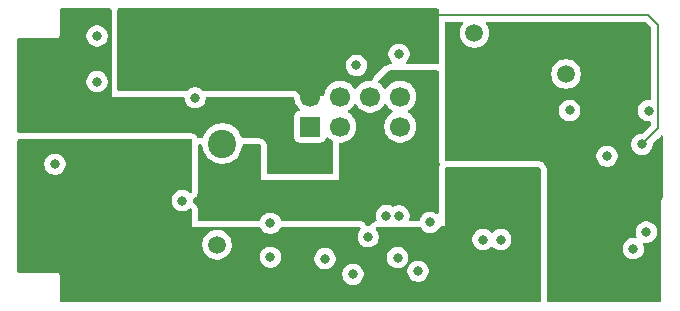
<source format=gbr>
%TF.GenerationSoftware,KiCad,Pcbnew,9.0.5*%
%TF.CreationDate,2025-10-19T11:10:53+01:00*%
%TF.ProjectId,loco-decoder-v1a,6c6f636f-2d64-4656-936f-6465722d7631,rev?*%
%TF.SameCoordinates,Original*%
%TF.FileFunction,Copper,L3,Inr*%
%TF.FilePolarity,Positive*%
%FSLAX46Y46*%
G04 Gerber Fmt 4.6, Leading zero omitted, Abs format (unit mm)*
G04 Created by KiCad (PCBNEW 9.0.5) date 2025-10-19 11:10:53*
%MOMM*%
%LPD*%
G01*
G04 APERTURE LIST*
%TA.AperFunction,ComponentPad*%
%ADD10C,1.500000*%
%TD*%
%TA.AperFunction,HeatsinkPad*%
%ADD11C,2.400000*%
%TD*%
%TA.AperFunction,ComponentPad*%
%ADD12R,1.700000X1.700000*%
%TD*%
%TA.AperFunction,ComponentPad*%
%ADD13C,1.700000*%
%TD*%
%TA.AperFunction,ViaPad*%
%ADD14C,0.800000*%
%TD*%
%TA.AperFunction,ViaPad*%
%ADD15C,2.400000*%
%TD*%
%TA.AperFunction,Conductor*%
%ADD16C,0.200000*%
%TD*%
G04 APERTURE END LIST*
D10*
%TO.N,unconnected-(U1-GPIO23{slash}SCL-Pad6)*%
%TO.C,FD2*%
X86983300Y-78820000D03*
%TD*%
D11*
%TO.N,GND*%
%TO.C,U2*%
X120630000Y-64580000D03*
%TD*%
D10*
%TO.N,/v boost/+VM*%
%TO.C,TP2*%
X108775000Y-60890000D03*
%TD*%
D12*
%TO.N,GND*%
%TO.C,J4*%
X94865000Y-68815000D03*
D13*
%TO.N,3V3*%
X94865000Y-66275000D03*
%TO.N,/GPIO*%
X97405000Y-68815000D03*
%TO.N,/LED_Y*%
X97405000Y-66275000D03*
%TO.N,VBAT*%
X99945000Y-68815000D03*
%TO.N,/LED_R*%
X99945000Y-66275000D03*
%TO.N,/MOTOR_M*%
X102485000Y-68815000D03*
%TO.N,/MOTOR_P*%
X102485000Y-66275000D03*
%TD*%
D10*
%TO.N,VBUS*%
%TO.C,FD1*%
X74283300Y-63570000D03*
%TD*%
%TO.N,/motor driver/+12V0*%
%TO.C,TP1*%
X116525000Y-64360000D03*
%TD*%
D14*
%TO.N,/motor driver/+12V0*%
X116825000Y-67450000D03*
%TO.N,/PWR_IN-*%
X91500000Y-79875000D03*
%TO.N,/BAT+*%
X109375000Y-74000000D03*
X81500000Y-71125000D03*
X111250000Y-74000000D03*
X80000000Y-71125000D03*
%TO.N,/PWR_IN+*%
X91500000Y-77000000D03*
%TO.N,VBAT*%
X104284890Y-64937039D03*
D15*
X87435000Y-73250000D03*
D14*
%TO.N,GND*%
X73250000Y-72000000D03*
X109500000Y-78375000D03*
X116705000Y-76560000D03*
X107287500Y-66631450D03*
X114580000Y-66615000D03*
X76823300Y-65010000D03*
X103995000Y-81060000D03*
X111125000Y-69050000D03*
X111000000Y-78375000D03*
X102272500Y-79900000D03*
X96125000Y-80000000D03*
X98785000Y-63630000D03*
X102385000Y-62680000D03*
X84050000Y-75075000D03*
D15*
X87435000Y-70250000D03*
D14*
X76823300Y-61140000D03*
X113825000Y-61350000D03*
X99772500Y-78140000D03*
X113830000Y-62695000D03*
%TO.N,3V3*%
X102955000Y-60670000D03*
X122950000Y-70325000D03*
X80515000Y-60110000D03*
%TO.N,Net-(U1-GPIO0{slash}A0)*%
X85125000Y-66375000D03*
%TO.N,Net-(D1-+)*%
X105025000Y-76930000D03*
%TO.N,Net-(U1-GPIO1{slash}A1)*%
X98481250Y-81325000D03*
%TO.N,Net-(U4-BOOT)*%
X101325000Y-76350000D03*
%TO.N,Net-(U4-SW)*%
X102375000Y-76370000D03*
%TO.N,VBUS*%
X95000000Y-71750000D03*
X94125000Y-71750000D03*
%TO.N,/MOTOR_M*%
X119995000Y-71320000D03*
%TO.N,/MOTOR_P*%
X123520000Y-67455000D03*
%TO.N,/RAIL_M*%
X122225000Y-79150000D03*
%TO.N,/RAIL_P*%
X123325000Y-77750000D03*
%TD*%
D16*
%TO.N,3V3*%
X102955000Y-60670000D02*
X104300000Y-59325000D01*
X123450000Y-59325000D02*
X124325000Y-60200000D01*
X124325000Y-68950000D02*
X122950000Y-70325000D01*
X104300000Y-59325000D02*
X123450000Y-59325000D01*
X124325000Y-60200000D02*
X124325000Y-68950000D01*
%TD*%
%TA.AperFunction,Conductor*%
%TO.N,GND*%
G36*
X107753723Y-59945185D02*
G01*
X107799478Y-59997989D01*
X107809422Y-60067147D01*
X107787003Y-60122383D01*
X107741069Y-60185604D01*
X107705476Y-60234594D01*
X107616117Y-60409970D01*
X107555290Y-60597173D01*
X107524500Y-60791577D01*
X107524500Y-60988422D01*
X107555290Y-61182826D01*
X107616117Y-61370029D01*
X107705476Y-61545405D01*
X107821172Y-61704646D01*
X107960354Y-61843828D01*
X108119595Y-61959524D01*
X108202455Y-62001743D01*
X108294970Y-62048882D01*
X108294972Y-62048882D01*
X108294975Y-62048884D01*
X108395317Y-62081487D01*
X108482173Y-62109709D01*
X108676578Y-62140500D01*
X108676583Y-62140500D01*
X108873422Y-62140500D01*
X109067826Y-62109709D01*
X109255025Y-62048884D01*
X109430405Y-61959524D01*
X109589646Y-61843828D01*
X109728828Y-61704646D01*
X109844524Y-61545405D01*
X109933884Y-61370025D01*
X109994709Y-61182826D01*
X110025500Y-60988422D01*
X110025500Y-60791577D01*
X109994709Y-60597173D01*
X109933882Y-60409970D01*
X109844523Y-60234594D01*
X109762997Y-60122383D01*
X109739518Y-60056580D01*
X109755343Y-59988526D01*
X109805448Y-59939831D01*
X109863316Y-59925500D01*
X123149903Y-59925500D01*
X123216942Y-59945185D01*
X123237584Y-59961819D01*
X123688181Y-60412416D01*
X123721666Y-60473739D01*
X123724500Y-60500097D01*
X123724500Y-66430500D01*
X123704815Y-66497539D01*
X123652011Y-66543294D01*
X123600500Y-66554500D01*
X123431306Y-66554500D01*
X123257341Y-66589103D01*
X123257332Y-66589106D01*
X123093459Y-66656983D01*
X123093446Y-66656990D01*
X122945965Y-66755535D01*
X122945961Y-66755538D01*
X122820538Y-66880961D01*
X122820535Y-66880965D01*
X122721990Y-67028446D01*
X122721983Y-67028459D01*
X122654106Y-67192332D01*
X122654103Y-67192341D01*
X122619500Y-67366304D01*
X122619500Y-67543695D01*
X122654103Y-67717658D01*
X122654106Y-67717667D01*
X122721983Y-67881540D01*
X122721990Y-67881553D01*
X122820535Y-68029034D01*
X122820538Y-68029038D01*
X122945961Y-68154461D01*
X122945965Y-68154464D01*
X123093446Y-68253009D01*
X123093459Y-68253016D01*
X123216363Y-68303923D01*
X123257334Y-68320894D01*
X123257336Y-68320894D01*
X123257341Y-68320896D01*
X123431304Y-68355499D01*
X123431307Y-68355500D01*
X123600500Y-68355500D01*
X123609185Y-68358050D01*
X123618147Y-68356762D01*
X123642187Y-68367740D01*
X123667539Y-68375185D01*
X123673466Y-68382025D01*
X123681703Y-68385787D01*
X123695992Y-68408021D01*
X123713294Y-68427989D01*
X123715581Y-68438503D01*
X123719477Y-68444565D01*
X123724500Y-68479500D01*
X123724500Y-68649902D01*
X123704815Y-68716941D01*
X123688181Y-68737583D01*
X123037584Y-69388181D01*
X122976261Y-69421666D01*
X122949903Y-69424500D01*
X122861306Y-69424500D01*
X122687341Y-69459103D01*
X122687332Y-69459106D01*
X122523459Y-69526983D01*
X122523446Y-69526990D01*
X122375965Y-69625535D01*
X122375961Y-69625538D01*
X122250538Y-69750961D01*
X122250535Y-69750965D01*
X122151990Y-69898446D01*
X122151983Y-69898459D01*
X122084106Y-70062332D01*
X122084103Y-70062341D01*
X122049500Y-70236304D01*
X122049500Y-70413695D01*
X122084103Y-70587658D01*
X122084106Y-70587667D01*
X122151983Y-70751540D01*
X122151990Y-70751553D01*
X122250535Y-70899034D01*
X122250538Y-70899038D01*
X122375961Y-71024461D01*
X122375965Y-71024464D01*
X122523446Y-71123009D01*
X122523459Y-71123016D01*
X122646363Y-71173923D01*
X122687334Y-71190894D01*
X122687336Y-71190894D01*
X122687341Y-71190896D01*
X122861304Y-71225499D01*
X122861307Y-71225500D01*
X122861309Y-71225500D01*
X123038693Y-71225500D01*
X123038694Y-71225499D01*
X123096682Y-71213964D01*
X123212658Y-71190896D01*
X123212661Y-71190894D01*
X123212666Y-71190894D01*
X123376547Y-71123013D01*
X123524035Y-71024464D01*
X123649464Y-70899035D01*
X123748013Y-70751547D01*
X123815894Y-70587666D01*
X123828959Y-70521987D01*
X123842461Y-70454106D01*
X123850500Y-70413691D01*
X123850500Y-70325097D01*
X123870185Y-70258058D01*
X123886819Y-70237416D01*
X124279202Y-69845033D01*
X124538320Y-69585915D01*
X124599642Y-69552431D01*
X124669334Y-69557415D01*
X124725267Y-69599287D01*
X124749684Y-69664751D01*
X124750000Y-69673597D01*
X124750000Y-74727072D01*
X124730315Y-74794111D01*
X124691298Y-74827918D01*
X124693258Y-74830851D01*
X124683101Y-74837637D01*
X124612636Y-74908102D01*
X124574500Y-75000170D01*
X124574500Y-83575500D01*
X124554815Y-83642539D01*
X124502011Y-83688294D01*
X124450500Y-83699500D01*
X115004500Y-83699500D01*
X114937461Y-83679815D01*
X114891706Y-83627011D01*
X114880500Y-83575500D01*
X114880500Y-79061304D01*
X121324500Y-79061304D01*
X121324500Y-79238695D01*
X121359103Y-79412658D01*
X121359106Y-79412667D01*
X121426983Y-79576540D01*
X121426990Y-79576553D01*
X121525535Y-79724034D01*
X121525538Y-79724038D01*
X121650961Y-79849461D01*
X121650965Y-79849464D01*
X121798446Y-79948009D01*
X121798459Y-79948016D01*
X121921363Y-79998923D01*
X121962334Y-80015894D01*
X121962336Y-80015894D01*
X121962341Y-80015896D01*
X122136304Y-80050499D01*
X122136307Y-80050500D01*
X122136309Y-80050500D01*
X122313693Y-80050500D01*
X122313694Y-80050499D01*
X122371998Y-80038902D01*
X122487658Y-80015896D01*
X122487661Y-80015894D01*
X122487666Y-80015894D01*
X122651547Y-79948013D01*
X122799035Y-79849464D01*
X122924464Y-79724035D01*
X123023013Y-79576547D01*
X123090894Y-79412666D01*
X123095751Y-79388251D01*
X123125499Y-79238695D01*
X123125500Y-79238693D01*
X123125500Y-79061306D01*
X123125499Y-79061304D01*
X123090896Y-78887341D01*
X123090894Y-78887338D01*
X123090894Y-78887334D01*
X123059705Y-78812038D01*
X123052238Y-78742570D01*
X123083514Y-78680091D01*
X123143603Y-78644439D01*
X123198458Y-78642971D01*
X123236309Y-78650500D01*
X123413693Y-78650500D01*
X123413694Y-78650499D01*
X123471682Y-78638964D01*
X123587658Y-78615896D01*
X123587661Y-78615894D01*
X123587666Y-78615894D01*
X123751547Y-78548013D01*
X123899035Y-78449464D01*
X124024464Y-78324035D01*
X124123013Y-78176547D01*
X124190894Y-78012666D01*
X124194373Y-77995179D01*
X124225499Y-77838695D01*
X124225500Y-77838693D01*
X124225500Y-77661306D01*
X124225499Y-77661304D01*
X124190896Y-77487341D01*
X124190893Y-77487332D01*
X124123016Y-77323459D01*
X124123009Y-77323446D01*
X124024464Y-77175965D01*
X124024461Y-77175961D01*
X123899038Y-77050538D01*
X123899034Y-77050535D01*
X123751553Y-76951990D01*
X123751540Y-76951983D01*
X123587667Y-76884106D01*
X123587658Y-76884103D01*
X123413694Y-76849500D01*
X123413691Y-76849500D01*
X123236309Y-76849500D01*
X123236306Y-76849500D01*
X123062341Y-76884103D01*
X123062332Y-76884106D01*
X122898459Y-76951983D01*
X122898446Y-76951990D01*
X122750965Y-77050535D01*
X122750961Y-77050538D01*
X122625538Y-77175961D01*
X122625535Y-77175965D01*
X122526990Y-77323446D01*
X122526983Y-77323459D01*
X122459106Y-77487332D01*
X122459103Y-77487341D01*
X122424500Y-77661304D01*
X122424500Y-77838695D01*
X122459103Y-78012658D01*
X122459105Y-78012662D01*
X122459106Y-78012666D01*
X122464196Y-78024954D01*
X122490293Y-78087960D01*
X122497760Y-78157430D01*
X122466485Y-78219908D01*
X122406395Y-78255560D01*
X122351540Y-78257028D01*
X122313694Y-78249500D01*
X122313691Y-78249500D01*
X122136309Y-78249500D01*
X122136306Y-78249500D01*
X121962341Y-78284103D01*
X121962332Y-78284106D01*
X121798459Y-78351983D01*
X121798446Y-78351990D01*
X121650965Y-78450535D01*
X121650961Y-78450538D01*
X121525538Y-78575961D01*
X121525535Y-78575965D01*
X121426990Y-78723446D01*
X121426983Y-78723459D01*
X121359106Y-78887332D01*
X121359103Y-78887341D01*
X121324500Y-79061304D01*
X114880500Y-79061304D01*
X114880500Y-72426359D01*
X114877602Y-72372311D01*
X114877602Y-72372310D01*
X114876407Y-72361201D01*
X114874769Y-72345964D01*
X114866114Y-72292552D01*
X114815832Y-72157743D01*
X114782347Y-72096420D01*
X114696123Y-71981239D01*
X114696118Y-71981234D01*
X114696113Y-71981228D01*
X114643776Y-71928892D01*
X114643761Y-71928877D01*
X114643737Y-71928855D01*
X114603519Y-71892728D01*
X114603489Y-71892703D01*
X114582865Y-71876083D01*
X114539039Y-71844475D01*
X114536841Y-71843470D01*
X114528781Y-71839787D01*
X114500336Y-71821507D01*
X114437321Y-71798002D01*
X114433283Y-71796157D01*
X114433282Y-71796156D01*
X114408176Y-71784686D01*
X114408174Y-71784685D01*
X114408171Y-71784684D01*
X114405574Y-71783921D01*
X114405573Y-71783921D01*
X114381545Y-71776862D01*
X114381545Y-71776861D01*
X114377314Y-71775619D01*
X114365528Y-71771223D01*
X114353174Y-71768534D01*
X114348934Y-71767290D01*
X114348828Y-71767259D01*
X114341048Y-71764975D01*
X114341045Y-71764974D01*
X114198638Y-71744500D01*
X106374000Y-71744500D01*
X106306961Y-71724815D01*
X106261206Y-71672011D01*
X106250000Y-71620500D01*
X106250000Y-71231304D01*
X119094500Y-71231304D01*
X119094500Y-71408695D01*
X119129103Y-71582658D01*
X119129106Y-71582667D01*
X119196983Y-71746540D01*
X119196990Y-71746553D01*
X119295535Y-71894034D01*
X119295538Y-71894038D01*
X119420961Y-72019461D01*
X119420965Y-72019464D01*
X119568446Y-72118009D01*
X119568459Y-72118016D01*
X119664380Y-72157747D01*
X119732334Y-72185894D01*
X119732336Y-72185894D01*
X119732341Y-72185896D01*
X119906304Y-72220499D01*
X119906307Y-72220500D01*
X119906309Y-72220500D01*
X120083693Y-72220500D01*
X120083694Y-72220499D01*
X120141682Y-72208964D01*
X120257658Y-72185896D01*
X120257661Y-72185894D01*
X120257666Y-72185894D01*
X120421547Y-72118013D01*
X120569035Y-72019464D01*
X120694464Y-71894035D01*
X120793013Y-71746547D01*
X120860894Y-71582666D01*
X120895500Y-71408691D01*
X120895500Y-71231309D01*
X120895500Y-71231306D01*
X120895499Y-71231304D01*
X120860896Y-71057341D01*
X120860893Y-71057332D01*
X120793016Y-70893459D01*
X120793009Y-70893446D01*
X120694464Y-70745965D01*
X120694461Y-70745961D01*
X120569038Y-70620538D01*
X120569034Y-70620535D01*
X120421553Y-70521990D01*
X120421540Y-70521983D01*
X120257667Y-70454106D01*
X120257658Y-70454103D01*
X120083694Y-70419500D01*
X120083691Y-70419500D01*
X119906309Y-70419500D01*
X119906306Y-70419500D01*
X119732341Y-70454103D01*
X119732332Y-70454106D01*
X119568459Y-70521983D01*
X119568446Y-70521990D01*
X119420965Y-70620535D01*
X119420961Y-70620538D01*
X119295538Y-70745961D01*
X119295535Y-70745965D01*
X119196990Y-70893446D01*
X119196983Y-70893459D01*
X119129106Y-71057332D01*
X119129103Y-71057341D01*
X119094500Y-71231304D01*
X106250000Y-71231304D01*
X106250000Y-67361304D01*
X115924500Y-67361304D01*
X115924500Y-67538695D01*
X115959103Y-67712658D01*
X115959106Y-67712667D01*
X116026983Y-67876540D01*
X116026990Y-67876553D01*
X116125535Y-68024034D01*
X116125538Y-68024038D01*
X116250961Y-68149461D01*
X116250965Y-68149464D01*
X116398446Y-68248009D01*
X116398459Y-68248016D01*
X116521363Y-68298923D01*
X116562334Y-68315894D01*
X116562336Y-68315894D01*
X116562341Y-68315896D01*
X116736304Y-68350499D01*
X116736307Y-68350500D01*
X116736309Y-68350500D01*
X116913693Y-68350500D01*
X116913694Y-68350499D01*
X117004364Y-68332464D01*
X117087658Y-68315896D01*
X117087661Y-68315894D01*
X117087666Y-68315894D01*
X117239476Y-68253013D01*
X117251540Y-68248016D01*
X117251540Y-68248015D01*
X117251547Y-68248013D01*
X117399035Y-68149464D01*
X117524464Y-68024035D01*
X117623013Y-67876547D01*
X117690894Y-67712666D01*
X117725500Y-67538691D01*
X117725500Y-67361309D01*
X117725500Y-67361306D01*
X117725499Y-67361304D01*
X117690896Y-67187341D01*
X117690893Y-67187332D01*
X117623016Y-67023459D01*
X117623009Y-67023446D01*
X117524464Y-66875965D01*
X117524461Y-66875961D01*
X117399038Y-66750538D01*
X117399034Y-66750535D01*
X117251553Y-66651990D01*
X117251540Y-66651983D01*
X117087667Y-66584106D01*
X117087658Y-66584103D01*
X116913694Y-66549500D01*
X116913691Y-66549500D01*
X116736309Y-66549500D01*
X116736306Y-66549500D01*
X116562341Y-66584103D01*
X116562332Y-66584106D01*
X116398459Y-66651983D01*
X116398446Y-66651990D01*
X116250965Y-66750535D01*
X116250961Y-66750538D01*
X116125538Y-66875961D01*
X116125535Y-66875965D01*
X116026990Y-67023446D01*
X116026983Y-67023459D01*
X115959106Y-67187332D01*
X115959103Y-67187341D01*
X115924500Y-67361304D01*
X106250000Y-67361304D01*
X106250000Y-64261577D01*
X115274500Y-64261577D01*
X115274500Y-64458422D01*
X115305290Y-64652826D01*
X115366117Y-64840029D01*
X115455476Y-65015405D01*
X115571172Y-65174646D01*
X115710354Y-65313828D01*
X115869595Y-65429524D01*
X115952455Y-65471743D01*
X116044970Y-65518882D01*
X116044972Y-65518882D01*
X116044975Y-65518884D01*
X116145317Y-65551487D01*
X116232173Y-65579709D01*
X116426578Y-65610500D01*
X116426583Y-65610500D01*
X116623422Y-65610500D01*
X116817826Y-65579709D01*
X117005025Y-65518884D01*
X117180405Y-65429524D01*
X117339646Y-65313828D01*
X117478828Y-65174646D01*
X117594524Y-65015405D01*
X117683884Y-64840025D01*
X117744709Y-64652826D01*
X117775500Y-64458422D01*
X117775500Y-64261577D01*
X117744709Y-64067173D01*
X117683882Y-63879970D01*
X117594523Y-63704594D01*
X117478828Y-63545354D01*
X117339646Y-63406172D01*
X117180405Y-63290476D01*
X117005029Y-63201117D01*
X116817826Y-63140290D01*
X116623422Y-63109500D01*
X116623417Y-63109500D01*
X116426583Y-63109500D01*
X116426578Y-63109500D01*
X116232173Y-63140290D01*
X116044970Y-63201117D01*
X115869594Y-63290476D01*
X115778741Y-63356485D01*
X115710354Y-63406172D01*
X115710352Y-63406174D01*
X115710351Y-63406174D01*
X115571174Y-63545351D01*
X115571174Y-63545352D01*
X115571172Y-63545354D01*
X115521485Y-63613741D01*
X115455476Y-63704594D01*
X115366117Y-63879970D01*
X115305290Y-64067173D01*
X115274500Y-64261577D01*
X106250000Y-64261577D01*
X106250000Y-60049500D01*
X106269685Y-59982461D01*
X106322489Y-59936706D01*
X106374000Y-59925500D01*
X107686684Y-59925500D01*
X107753723Y-59945185D01*
G37*
%TD.AperFunction*%
%TD*%
%TA.AperFunction,Conductor*%
%TO.N,/BAT+*%
G36*
X84818039Y-69899685D02*
G01*
X84863794Y-69952489D01*
X84875000Y-70004000D01*
X84875000Y-70319643D01*
X84874999Y-70320216D01*
X84856578Y-74309290D01*
X84836584Y-74376237D01*
X84783569Y-74421748D01*
X84714365Y-74431372D01*
X84650944Y-74402054D01*
X84644898Y-74396398D01*
X84624038Y-74375538D01*
X84624034Y-74375535D01*
X84476553Y-74276990D01*
X84476540Y-74276983D01*
X84312667Y-74209106D01*
X84312658Y-74209103D01*
X84138694Y-74174500D01*
X84138691Y-74174500D01*
X83961309Y-74174500D01*
X83961306Y-74174500D01*
X83787341Y-74209103D01*
X83787332Y-74209106D01*
X83623459Y-74276983D01*
X83623446Y-74276990D01*
X83475965Y-74375535D01*
X83475961Y-74375538D01*
X83350538Y-74500961D01*
X83350535Y-74500965D01*
X83251990Y-74648446D01*
X83251983Y-74648459D01*
X83184106Y-74812332D01*
X83184103Y-74812341D01*
X83149500Y-74986304D01*
X83149500Y-75163695D01*
X83184103Y-75337658D01*
X83184106Y-75337667D01*
X83251983Y-75501540D01*
X83251990Y-75501553D01*
X83350535Y-75649034D01*
X83350538Y-75649038D01*
X83475961Y-75774461D01*
X83475965Y-75774464D01*
X83623446Y-75873009D01*
X83623459Y-75873016D01*
X83745227Y-75923453D01*
X83787334Y-75940894D01*
X83787336Y-75940894D01*
X83787341Y-75940896D01*
X83961304Y-75975499D01*
X83961307Y-75975500D01*
X83961309Y-75975500D01*
X84138693Y-75975500D01*
X84138694Y-75975499D01*
X84196682Y-75963964D01*
X84312658Y-75940896D01*
X84312661Y-75940894D01*
X84312666Y-75940894D01*
X84476547Y-75873013D01*
X84624035Y-75774464D01*
X84637787Y-75760711D01*
X84699108Y-75727227D01*
X84768799Y-75732209D01*
X84824734Y-75774079D01*
X84849153Y-75839543D01*
X84849468Y-75848965D01*
X84842698Y-77314999D01*
X84842699Y-77315000D01*
X90572929Y-77315000D01*
X90639968Y-77334685D01*
X90685723Y-77387489D01*
X90687491Y-77391549D01*
X90701986Y-77426546D01*
X90701990Y-77426553D01*
X90800535Y-77574034D01*
X90800538Y-77574038D01*
X90925961Y-77699461D01*
X90925965Y-77699464D01*
X91073446Y-77798009D01*
X91073459Y-77798016D01*
X91151882Y-77830499D01*
X91237334Y-77865894D01*
X91237336Y-77865894D01*
X91237341Y-77865896D01*
X91411304Y-77900499D01*
X91411307Y-77900500D01*
X91411309Y-77900500D01*
X91588693Y-77900500D01*
X91588694Y-77900499D01*
X91646682Y-77888964D01*
X91762658Y-77865896D01*
X91762661Y-77865894D01*
X91762666Y-77865894D01*
X91926547Y-77798013D01*
X92074035Y-77699464D01*
X92199464Y-77574035D01*
X92298013Y-77426547D01*
X92312510Y-77391547D01*
X92356350Y-77337145D01*
X92422643Y-77315079D01*
X92427071Y-77315000D01*
X99024638Y-77315000D01*
X99091677Y-77334685D01*
X99137432Y-77387489D01*
X99147376Y-77456647D01*
X99118351Y-77520203D01*
X99112319Y-77526681D01*
X99073038Y-77565961D01*
X99073035Y-77565965D01*
X98974490Y-77713446D01*
X98974483Y-77713459D01*
X98906606Y-77877332D01*
X98906603Y-77877341D01*
X98872000Y-78051304D01*
X98872000Y-78228695D01*
X98906603Y-78402658D01*
X98906606Y-78402667D01*
X98974483Y-78566540D01*
X98974490Y-78566553D01*
X99073035Y-78714034D01*
X99073038Y-78714038D01*
X99198461Y-78839461D01*
X99198465Y-78839464D01*
X99345946Y-78938009D01*
X99345959Y-78938016D01*
X99434041Y-78974500D01*
X99509834Y-79005894D01*
X99509836Y-79005894D01*
X99509841Y-79005896D01*
X99683804Y-79040499D01*
X99683807Y-79040500D01*
X99683809Y-79040500D01*
X99861193Y-79040500D01*
X99861194Y-79040499D01*
X99919182Y-79028964D01*
X100035158Y-79005896D01*
X100035161Y-79005894D01*
X100035166Y-79005894D01*
X100199047Y-78938013D01*
X100346535Y-78839464D01*
X100471964Y-78714035D01*
X100570513Y-78566547D01*
X100638394Y-78402666D01*
X100661540Y-78286304D01*
X108599500Y-78286304D01*
X108599500Y-78463695D01*
X108634103Y-78637658D01*
X108634106Y-78637667D01*
X108701983Y-78801540D01*
X108701990Y-78801553D01*
X108800535Y-78949034D01*
X108800538Y-78949038D01*
X108925961Y-79074461D01*
X108925965Y-79074464D01*
X109073446Y-79173009D01*
X109073459Y-79173016D01*
X109143403Y-79201987D01*
X109237334Y-79240894D01*
X109237336Y-79240894D01*
X109237341Y-79240896D01*
X109411304Y-79275499D01*
X109411307Y-79275500D01*
X109411309Y-79275500D01*
X109588693Y-79275500D01*
X109588694Y-79275499D01*
X109646682Y-79263964D01*
X109762658Y-79240896D01*
X109762661Y-79240894D01*
X109762666Y-79240894D01*
X109926547Y-79173013D01*
X110074035Y-79074464D01*
X110114396Y-79034103D01*
X110162319Y-78986181D01*
X110223642Y-78952696D01*
X110293334Y-78957680D01*
X110337681Y-78986181D01*
X110425961Y-79074461D01*
X110425965Y-79074464D01*
X110573446Y-79173009D01*
X110573459Y-79173016D01*
X110643403Y-79201987D01*
X110737334Y-79240894D01*
X110737336Y-79240894D01*
X110737341Y-79240896D01*
X110911304Y-79275499D01*
X110911307Y-79275500D01*
X110911309Y-79275500D01*
X111088693Y-79275500D01*
X111088694Y-79275499D01*
X111146682Y-79263964D01*
X111262658Y-79240896D01*
X111262661Y-79240894D01*
X111262666Y-79240894D01*
X111426547Y-79173013D01*
X111574035Y-79074464D01*
X111699464Y-78949035D01*
X111798013Y-78801547D01*
X111865894Y-78637666D01*
X111880040Y-78566553D01*
X111900499Y-78463695D01*
X111900500Y-78463693D01*
X111900500Y-78286306D01*
X111900499Y-78286304D01*
X111865896Y-78112341D01*
X111865893Y-78112332D01*
X111798016Y-77948459D01*
X111798009Y-77948446D01*
X111699464Y-77800965D01*
X111699461Y-77800961D01*
X111574038Y-77675538D01*
X111574034Y-77675535D01*
X111426553Y-77576990D01*
X111426540Y-77576983D01*
X111262667Y-77509106D01*
X111262658Y-77509103D01*
X111088694Y-77474500D01*
X111088691Y-77474500D01*
X110911309Y-77474500D01*
X110911306Y-77474500D01*
X110737341Y-77509103D01*
X110737332Y-77509106D01*
X110573459Y-77576983D01*
X110573446Y-77576990D01*
X110425965Y-77675535D01*
X110425961Y-77675538D01*
X110337681Y-77763819D01*
X110276358Y-77797304D01*
X110206666Y-77792320D01*
X110162319Y-77763819D01*
X110074038Y-77675538D01*
X110074034Y-77675535D01*
X109926553Y-77576990D01*
X109926540Y-77576983D01*
X109762667Y-77509106D01*
X109762658Y-77509103D01*
X109588694Y-77474500D01*
X109588691Y-77474500D01*
X109411309Y-77474500D01*
X109411306Y-77474500D01*
X109237341Y-77509103D01*
X109237332Y-77509106D01*
X109073459Y-77576983D01*
X109073446Y-77576990D01*
X108925965Y-77675535D01*
X108925961Y-77675538D01*
X108800538Y-77800961D01*
X108800535Y-77800965D01*
X108701990Y-77948446D01*
X108701983Y-77948459D01*
X108634106Y-78112332D01*
X108634103Y-78112341D01*
X108599500Y-78286304D01*
X100661540Y-78286304D01*
X100673000Y-78228691D01*
X100673000Y-78051309D01*
X100673000Y-78051306D01*
X100672999Y-78051304D01*
X100638396Y-77877341D01*
X100638393Y-77877332D01*
X100633770Y-77866172D01*
X100604661Y-77795894D01*
X100570516Y-77713459D01*
X100570509Y-77713446D01*
X100471964Y-77565965D01*
X100471961Y-77565961D01*
X100432681Y-77526681D01*
X100399196Y-77465358D01*
X100404180Y-77395666D01*
X100446052Y-77339733D01*
X100511516Y-77315316D01*
X100520362Y-77315000D01*
X103535181Y-77315000D01*
X103675726Y-77311634D01*
X104120592Y-77300983D01*
X104188079Y-77319056D01*
X104226658Y-77356055D01*
X104325535Y-77504034D01*
X104325538Y-77504038D01*
X104450961Y-77629461D01*
X104450965Y-77629464D01*
X104598446Y-77728009D01*
X104598459Y-77728016D01*
X104684897Y-77763819D01*
X104762334Y-77795894D01*
X104762336Y-77795894D01*
X104762341Y-77795896D01*
X104936304Y-77830499D01*
X104936307Y-77830500D01*
X104936309Y-77830500D01*
X105113693Y-77830500D01*
X105113694Y-77830499D01*
X105171682Y-77818964D01*
X105287658Y-77795896D01*
X105287661Y-77795894D01*
X105287666Y-77795894D01*
X105451547Y-77728013D01*
X105599035Y-77629464D01*
X105724464Y-77504035D01*
X105823013Y-77356547D01*
X105832418Y-77333838D01*
X105876257Y-77279435D01*
X105942550Y-77257368D01*
X105943812Y-77257330D01*
X106250000Y-77250000D01*
X106250000Y-72374000D01*
X106269685Y-72306961D01*
X106322489Y-72261206D01*
X106374000Y-72250000D01*
X114198638Y-72250000D01*
X114228078Y-72258644D01*
X114258065Y-72265168D01*
X114263080Y-72268922D01*
X114265677Y-72269685D01*
X114286319Y-72286319D01*
X114338681Y-72338681D01*
X114372166Y-72400004D01*
X114375000Y-72426362D01*
X114375000Y-83575500D01*
X114355315Y-83642539D01*
X114302511Y-83688294D01*
X114251000Y-83699500D01*
X73799500Y-83699500D01*
X73732461Y-83679815D01*
X73686706Y-83627011D01*
X73675500Y-83575500D01*
X73675500Y-81400173D01*
X73675499Y-81400170D01*
X73637364Y-81308103D01*
X73566897Y-81237636D01*
X73563681Y-81236304D01*
X97580750Y-81236304D01*
X97580750Y-81413695D01*
X97615353Y-81587658D01*
X97615356Y-81587667D01*
X97683233Y-81751540D01*
X97683240Y-81751553D01*
X97781785Y-81899034D01*
X97781788Y-81899038D01*
X97907211Y-82024461D01*
X97907215Y-82024464D01*
X98054696Y-82123009D01*
X98054709Y-82123016D01*
X98177613Y-82173923D01*
X98218584Y-82190894D01*
X98218586Y-82190894D01*
X98218591Y-82190896D01*
X98392554Y-82225499D01*
X98392557Y-82225500D01*
X98392559Y-82225500D01*
X98569943Y-82225500D01*
X98569944Y-82225499D01*
X98627932Y-82213964D01*
X98743908Y-82190896D01*
X98743911Y-82190894D01*
X98743916Y-82190894D01*
X98907797Y-82123013D01*
X99055285Y-82024464D01*
X99180714Y-81899035D01*
X99279263Y-81751547D01*
X99347144Y-81587666D01*
X99381750Y-81413691D01*
X99381750Y-81236309D01*
X99381750Y-81236306D01*
X99381749Y-81236304D01*
X99347146Y-81062341D01*
X99347144Y-81062336D01*
X99347144Y-81062334D01*
X99309439Y-80971304D01*
X103094500Y-80971304D01*
X103094500Y-81148695D01*
X103129103Y-81322658D01*
X103129106Y-81322667D01*
X103196983Y-81486540D01*
X103196990Y-81486553D01*
X103295535Y-81634034D01*
X103295538Y-81634038D01*
X103420961Y-81759461D01*
X103420965Y-81759464D01*
X103568446Y-81858009D01*
X103568459Y-81858016D01*
X103667490Y-81899035D01*
X103732334Y-81925894D01*
X103732336Y-81925894D01*
X103732341Y-81925896D01*
X103906304Y-81960499D01*
X103906307Y-81960500D01*
X103906309Y-81960500D01*
X104083693Y-81960500D01*
X104083694Y-81960499D01*
X104141682Y-81948964D01*
X104257658Y-81925896D01*
X104257661Y-81925894D01*
X104257666Y-81925894D01*
X104421547Y-81858013D01*
X104569035Y-81759464D01*
X104694464Y-81634035D01*
X104793013Y-81486547D01*
X104860894Y-81322666D01*
X104895500Y-81148691D01*
X104895500Y-80971309D01*
X104895500Y-80971306D01*
X104895499Y-80971304D01*
X104860896Y-80797341D01*
X104860893Y-80797332D01*
X104793016Y-80633459D01*
X104793009Y-80633446D01*
X104694464Y-80485965D01*
X104694461Y-80485961D01*
X104569038Y-80360538D01*
X104569034Y-80360535D01*
X104421553Y-80261990D01*
X104421540Y-80261983D01*
X104257667Y-80194106D01*
X104257658Y-80194103D01*
X104083694Y-80159500D01*
X104083691Y-80159500D01*
X103906309Y-80159500D01*
X103906306Y-80159500D01*
X103732341Y-80194103D01*
X103732332Y-80194106D01*
X103568459Y-80261983D01*
X103568446Y-80261990D01*
X103420965Y-80360535D01*
X103420961Y-80360538D01*
X103295538Y-80485961D01*
X103295535Y-80485965D01*
X103196990Y-80633446D01*
X103196983Y-80633459D01*
X103129106Y-80797332D01*
X103129103Y-80797341D01*
X103094500Y-80971304D01*
X99309439Y-80971304D01*
X99279263Y-80898453D01*
X99279261Y-80898450D01*
X99279259Y-80898446D01*
X99180714Y-80750965D01*
X99180711Y-80750961D01*
X99055288Y-80625538D01*
X99055284Y-80625535D01*
X98907803Y-80526990D01*
X98907790Y-80526983D01*
X98743917Y-80459106D01*
X98743908Y-80459103D01*
X98569944Y-80424500D01*
X98569941Y-80424500D01*
X98392559Y-80424500D01*
X98392556Y-80424500D01*
X98218591Y-80459103D01*
X98218582Y-80459106D01*
X98054709Y-80526983D01*
X98054696Y-80526990D01*
X97907215Y-80625535D01*
X97907211Y-80625538D01*
X97781788Y-80750961D01*
X97781785Y-80750965D01*
X97683240Y-80898446D01*
X97683233Y-80898459D01*
X97615356Y-81062332D01*
X97615353Y-81062341D01*
X97580750Y-81236304D01*
X73563681Y-81236304D01*
X73474829Y-81199500D01*
X73474828Y-81199500D01*
X70199500Y-81199500D01*
X70132461Y-81179815D01*
X70086706Y-81127011D01*
X70075500Y-81075500D01*
X70075500Y-78721577D01*
X85732800Y-78721577D01*
X85732800Y-78918422D01*
X85763590Y-79112826D01*
X85824417Y-79300029D01*
X85888583Y-79425961D01*
X85913776Y-79475405D01*
X86029472Y-79634646D01*
X86168654Y-79773828D01*
X86327895Y-79889524D01*
X86370641Y-79911304D01*
X86503270Y-79978882D01*
X86503272Y-79978882D01*
X86503275Y-79978884D01*
X86603617Y-80011487D01*
X86690473Y-80039709D01*
X86884878Y-80070500D01*
X86884883Y-80070500D01*
X87081722Y-80070500D01*
X87276126Y-80039709D01*
X87463325Y-79978884D01*
X87638705Y-79889524D01*
X87780774Y-79786304D01*
X90599500Y-79786304D01*
X90599500Y-79963695D01*
X90634103Y-80137658D01*
X90634106Y-80137667D01*
X90701983Y-80301540D01*
X90701990Y-80301553D01*
X90800535Y-80449034D01*
X90800538Y-80449038D01*
X90925961Y-80574461D01*
X90925965Y-80574464D01*
X91073446Y-80673009D01*
X91073459Y-80673016D01*
X91196363Y-80723923D01*
X91237334Y-80740894D01*
X91237336Y-80740894D01*
X91237341Y-80740896D01*
X91411304Y-80775499D01*
X91411307Y-80775500D01*
X91411309Y-80775500D01*
X91588693Y-80775500D01*
X91588694Y-80775499D01*
X91646682Y-80763964D01*
X91762658Y-80740896D01*
X91762661Y-80740894D01*
X91762666Y-80740894D01*
X91926547Y-80673013D01*
X92074035Y-80574464D01*
X92199464Y-80449035D01*
X92298013Y-80301547D01*
X92365894Y-80137666D01*
X92375636Y-80088693D01*
X92400499Y-79963695D01*
X92400500Y-79963693D01*
X92400500Y-79911304D01*
X95224500Y-79911304D01*
X95224500Y-80088695D01*
X95259103Y-80262658D01*
X95259106Y-80262667D01*
X95326983Y-80426540D01*
X95326990Y-80426553D01*
X95425535Y-80574034D01*
X95425538Y-80574038D01*
X95550961Y-80699461D01*
X95550965Y-80699464D01*
X95698446Y-80798009D01*
X95698459Y-80798016D01*
X95821363Y-80848923D01*
X95862334Y-80865894D01*
X95862336Y-80865894D01*
X95862341Y-80865896D01*
X96036304Y-80900499D01*
X96036307Y-80900500D01*
X96036309Y-80900500D01*
X96213693Y-80900500D01*
X96213694Y-80900499D01*
X96271682Y-80888964D01*
X96387658Y-80865896D01*
X96387661Y-80865894D01*
X96387666Y-80865894D01*
X96551547Y-80798013D01*
X96699035Y-80699464D01*
X96824464Y-80574035D01*
X96923013Y-80426547D01*
X96990894Y-80262666D01*
X96991029Y-80261990D01*
X97025499Y-80088695D01*
X97025500Y-80088693D01*
X97025500Y-79911306D01*
X97009209Y-79829409D01*
X97009209Y-79829408D01*
X97005608Y-79811304D01*
X101372000Y-79811304D01*
X101372000Y-79988695D01*
X101406603Y-80162658D01*
X101406606Y-80162667D01*
X101474483Y-80326540D01*
X101474490Y-80326553D01*
X101573035Y-80474034D01*
X101573038Y-80474038D01*
X101698461Y-80599461D01*
X101698465Y-80599464D01*
X101845946Y-80698009D01*
X101845959Y-80698016D01*
X101949478Y-80740894D01*
X102009834Y-80765894D01*
X102009836Y-80765894D01*
X102009841Y-80765896D01*
X102183804Y-80800499D01*
X102183807Y-80800500D01*
X102183809Y-80800500D01*
X102361193Y-80800500D01*
X102361194Y-80800499D01*
X102419182Y-80788964D01*
X102535158Y-80765896D01*
X102535161Y-80765894D01*
X102535166Y-80765894D01*
X102699047Y-80698013D01*
X102846535Y-80599464D01*
X102971964Y-80474035D01*
X103070513Y-80326547D01*
X103138394Y-80162666D01*
X103143369Y-80137658D01*
X103172999Y-79988695D01*
X103173000Y-79988693D01*
X103173000Y-79811306D01*
X103172999Y-79811304D01*
X103138396Y-79637341D01*
X103138393Y-79637332D01*
X103137280Y-79634646D01*
X103071322Y-79475405D01*
X103070516Y-79473459D01*
X103070509Y-79473446D01*
X102971964Y-79325965D01*
X102971961Y-79325961D01*
X102846538Y-79200538D01*
X102846534Y-79200535D01*
X102699053Y-79101990D01*
X102699040Y-79101983D01*
X102535167Y-79034106D01*
X102535158Y-79034103D01*
X102361194Y-78999500D01*
X102361191Y-78999500D01*
X102183809Y-78999500D01*
X102183806Y-78999500D01*
X102009841Y-79034103D01*
X102009832Y-79034106D01*
X101845959Y-79101983D01*
X101845946Y-79101990D01*
X101698465Y-79200535D01*
X101698461Y-79200538D01*
X101573038Y-79325961D01*
X101573035Y-79325965D01*
X101474490Y-79473446D01*
X101474483Y-79473459D01*
X101406606Y-79637332D01*
X101406603Y-79637341D01*
X101372000Y-79811304D01*
X97005608Y-79811304D01*
X96990896Y-79737341D01*
X96990893Y-79737332D01*
X96923016Y-79573459D01*
X96923009Y-79573446D01*
X96824464Y-79425965D01*
X96824461Y-79425961D01*
X96699038Y-79300538D01*
X96699034Y-79300535D01*
X96551553Y-79201990D01*
X96551540Y-79201983D01*
X96387667Y-79134106D01*
X96387658Y-79134103D01*
X96213694Y-79099500D01*
X96213691Y-79099500D01*
X96036309Y-79099500D01*
X96036306Y-79099500D01*
X95862341Y-79134103D01*
X95862332Y-79134106D01*
X95698459Y-79201983D01*
X95698446Y-79201990D01*
X95550965Y-79300535D01*
X95550961Y-79300538D01*
X95425538Y-79425961D01*
X95425535Y-79425965D01*
X95326990Y-79573446D01*
X95326983Y-79573459D01*
X95259106Y-79737332D01*
X95259103Y-79737341D01*
X95224500Y-79911304D01*
X92400500Y-79911304D01*
X92400500Y-79786306D01*
X92400499Y-79786304D01*
X92365896Y-79612341D01*
X92365893Y-79612332D01*
X92298016Y-79448459D01*
X92298009Y-79448446D01*
X92199464Y-79300965D01*
X92199461Y-79300961D01*
X92074038Y-79175538D01*
X92074034Y-79175535D01*
X91926553Y-79076990D01*
X91926540Y-79076983D01*
X91762667Y-79009106D01*
X91762658Y-79009103D01*
X91588694Y-78974500D01*
X91588691Y-78974500D01*
X91411309Y-78974500D01*
X91411306Y-78974500D01*
X91237341Y-79009103D01*
X91237332Y-79009106D01*
X91073459Y-79076983D01*
X91073446Y-79076990D01*
X90925965Y-79175535D01*
X90925961Y-79175538D01*
X90800538Y-79300961D01*
X90800535Y-79300965D01*
X90701990Y-79448446D01*
X90701983Y-79448459D01*
X90634106Y-79612332D01*
X90634103Y-79612341D01*
X90599500Y-79786304D01*
X87780774Y-79786304D01*
X87797946Y-79773828D01*
X87937128Y-79634646D01*
X88052824Y-79475405D01*
X88142184Y-79300025D01*
X88203009Y-79112826D01*
X88209085Y-79074464D01*
X88233800Y-78918422D01*
X88233800Y-78721577D01*
X88203009Y-78527173D01*
X88142182Y-78339970D01*
X88052823Y-78164594D01*
X87937128Y-78005354D01*
X87797946Y-77866172D01*
X87638705Y-77750476D01*
X87463329Y-77661117D01*
X87276126Y-77600290D01*
X87081722Y-77569500D01*
X87081717Y-77569500D01*
X86884883Y-77569500D01*
X86884878Y-77569500D01*
X86690473Y-77600290D01*
X86503270Y-77661117D01*
X86327894Y-77750476D01*
X86270302Y-77792320D01*
X86168654Y-77866172D01*
X86168652Y-77866174D01*
X86168651Y-77866174D01*
X86029474Y-78005351D01*
X86029474Y-78005352D01*
X86029472Y-78005354D01*
X85996087Y-78051304D01*
X85913776Y-78164594D01*
X85824417Y-78339970D01*
X85763590Y-78527173D01*
X85732800Y-78721577D01*
X70075500Y-78721577D01*
X70075500Y-71911304D01*
X72349500Y-71911304D01*
X72349500Y-72088695D01*
X72384103Y-72262658D01*
X72384106Y-72262667D01*
X72451983Y-72426540D01*
X72451990Y-72426553D01*
X72550535Y-72574034D01*
X72550538Y-72574038D01*
X72675961Y-72699461D01*
X72675965Y-72699464D01*
X72823446Y-72798009D01*
X72823459Y-72798016D01*
X72946363Y-72848923D01*
X72987334Y-72865894D01*
X72987336Y-72865894D01*
X72987341Y-72865896D01*
X73161304Y-72900499D01*
X73161307Y-72900500D01*
X73161309Y-72900500D01*
X73338693Y-72900500D01*
X73338694Y-72900499D01*
X73396682Y-72888964D01*
X73512658Y-72865896D01*
X73512661Y-72865894D01*
X73512666Y-72865894D01*
X73676547Y-72798013D01*
X73824035Y-72699464D01*
X73949464Y-72574035D01*
X74048013Y-72426547D01*
X74115894Y-72262666D01*
X74116185Y-72261206D01*
X74150499Y-72088695D01*
X74150500Y-72088693D01*
X74150500Y-71911306D01*
X74150499Y-71911304D01*
X74115896Y-71737341D01*
X74115893Y-71737332D01*
X74048016Y-71573459D01*
X74048009Y-71573446D01*
X73949464Y-71425965D01*
X73949461Y-71425961D01*
X73824038Y-71300538D01*
X73824034Y-71300535D01*
X73676553Y-71201990D01*
X73676540Y-71201983D01*
X73512667Y-71134106D01*
X73512658Y-71134103D01*
X73338694Y-71099500D01*
X73338691Y-71099500D01*
X73161309Y-71099500D01*
X73161306Y-71099500D01*
X72987341Y-71134103D01*
X72987332Y-71134106D01*
X72823459Y-71201983D01*
X72823446Y-71201990D01*
X72675965Y-71300535D01*
X72675961Y-71300538D01*
X72550538Y-71425961D01*
X72550535Y-71425965D01*
X72451990Y-71573446D01*
X72451983Y-71573459D01*
X72384106Y-71737332D01*
X72384103Y-71737341D01*
X72349500Y-71911304D01*
X70075500Y-71911304D01*
X70075500Y-70004000D01*
X70095185Y-69936961D01*
X70147989Y-69891206D01*
X70199500Y-69880000D01*
X84751000Y-69880000D01*
X84818039Y-69899685D01*
G37*
%TD.AperFunction*%
%TD*%
%TA.AperFunction,Conductor*%
%TO.N,VBAT*%
G36*
X105687539Y-64079685D02*
G01*
X105733294Y-64132489D01*
X105744500Y-64184000D01*
X105744500Y-64301361D01*
X105744500Y-67411089D01*
X105744500Y-71281089D01*
X105744500Y-71620500D01*
X105744501Y-71620509D01*
X105756052Y-71727950D01*
X105756054Y-71727962D01*
X105767260Y-71779472D01*
X105801383Y-71881997D01*
X105801386Y-71882003D01*
X105830433Y-71927200D01*
X105850118Y-71994240D01*
X105838912Y-72045752D01*
X105784664Y-72164534D01*
X105764976Y-72231582D01*
X105754160Y-72306815D01*
X105747945Y-72350043D01*
X105744500Y-72374001D01*
X105744500Y-76095744D01*
X105724815Y-76162783D01*
X105672011Y-76208538D01*
X105602853Y-76218482D01*
X105551609Y-76198846D01*
X105451553Y-76131990D01*
X105451540Y-76131983D01*
X105287667Y-76064106D01*
X105287658Y-76064103D01*
X105113694Y-76029500D01*
X105113691Y-76029500D01*
X104936309Y-76029500D01*
X104936306Y-76029500D01*
X104762341Y-76064103D01*
X104762332Y-76064106D01*
X104598459Y-76131983D01*
X104598446Y-76131990D01*
X104450965Y-76230535D01*
X104450961Y-76230538D01*
X104325538Y-76355961D01*
X104325535Y-76355965D01*
X104226990Y-76503446D01*
X104226983Y-76503459D01*
X104159106Y-76667332D01*
X104159104Y-76667339D01*
X104153079Y-76697630D01*
X104120693Y-76759541D01*
X104059977Y-76794114D01*
X104034430Y-76797401D01*
X103665131Y-76806242D01*
X103663627Y-76806279D01*
X103663623Y-76806279D01*
X103534205Y-76809378D01*
X103530635Y-76809464D01*
X103527666Y-76809500D01*
X103353226Y-76809500D01*
X103286187Y-76789815D01*
X103240432Y-76737011D01*
X103230488Y-76667853D01*
X103238663Y-76638052D01*
X103240894Y-76632666D01*
X103244873Y-76612666D01*
X103275499Y-76458695D01*
X103275500Y-76458693D01*
X103275500Y-76281306D01*
X103275499Y-76281304D01*
X103240896Y-76107341D01*
X103240893Y-76107332D01*
X103173016Y-75943459D01*
X103173009Y-75943446D01*
X103074464Y-75795965D01*
X103074461Y-75795961D01*
X102949038Y-75670538D01*
X102949034Y-75670535D01*
X102801553Y-75571990D01*
X102801540Y-75571983D01*
X102637667Y-75504106D01*
X102637658Y-75504103D01*
X102463694Y-75469500D01*
X102463691Y-75469500D01*
X102286309Y-75469500D01*
X102286306Y-75469500D01*
X102112341Y-75504103D01*
X102112332Y-75504106D01*
X101948460Y-75571983D01*
X101948449Y-75571989D01*
X101933851Y-75581743D01*
X101867172Y-75602617D01*
X101799793Y-75584129D01*
X101796091Y-75581750D01*
X101751547Y-75551987D01*
X101751540Y-75551983D01*
X101587667Y-75484106D01*
X101587658Y-75484103D01*
X101413694Y-75449500D01*
X101413691Y-75449500D01*
X101236309Y-75449500D01*
X101236306Y-75449500D01*
X101062341Y-75484103D01*
X101062332Y-75484106D01*
X100898459Y-75551983D01*
X100898446Y-75551990D01*
X100750965Y-75650535D01*
X100750961Y-75650538D01*
X100625538Y-75775961D01*
X100625535Y-75775965D01*
X100526990Y-75923446D01*
X100526983Y-75923459D01*
X100459106Y-76087332D01*
X100459103Y-76087341D01*
X100424500Y-76261304D01*
X100424500Y-76438695D01*
X100459103Y-76612658D01*
X100459105Y-76612662D01*
X100459106Y-76612666D01*
X100479079Y-76660885D01*
X100486547Y-76730354D01*
X100455271Y-76792833D01*
X100395182Y-76828485D01*
X100390876Y-76829502D01*
X100334866Y-76841686D01*
X100269395Y-76866105D01*
X100269391Y-76866107D01*
X100143123Y-76935055D01*
X100041385Y-77036789D01*
X100041379Y-77036796D01*
X100004025Y-77086694D01*
X100004022Y-77086697D01*
X99999510Y-77092726D01*
X99999504Y-77092734D01*
X99980965Y-77126685D01*
X99980241Y-77127942D01*
X99955971Y-77151107D01*
X99932248Y-77174832D01*
X99930704Y-77175225D01*
X99929700Y-77176185D01*
X99918355Y-77178377D01*
X99872820Y-77190000D01*
X99672996Y-77190000D01*
X99605957Y-77170315D01*
X99568681Y-77133040D01*
X99519467Y-77056462D01*
X99519458Y-77056451D01*
X99473714Y-77003659D01*
X99473710Y-77003656D01*
X99473708Y-77003653D01*
X99364974Y-76909433D01*
X99364971Y-76909431D01*
X99364969Y-76909430D01*
X99234103Y-76849664D01*
X99234098Y-76849662D01*
X99234097Y-76849662D01*
X99167058Y-76829977D01*
X99167060Y-76829977D01*
X99167055Y-76829976D01*
X99119582Y-76823150D01*
X99024638Y-76809500D01*
X92478640Y-76809500D01*
X92411601Y-76789815D01*
X92365846Y-76737011D01*
X92364079Y-76732952D01*
X92298016Y-76573459D01*
X92298009Y-76573446D01*
X92199464Y-76425965D01*
X92199461Y-76425961D01*
X92074038Y-76300538D01*
X92074034Y-76300535D01*
X91926553Y-76201990D01*
X91926540Y-76201983D01*
X91762667Y-76134106D01*
X91762658Y-76134103D01*
X91588694Y-76099500D01*
X91588691Y-76099500D01*
X91411309Y-76099500D01*
X91411306Y-76099500D01*
X91237341Y-76134103D01*
X91237332Y-76134106D01*
X91073459Y-76201983D01*
X91073446Y-76201990D01*
X90925965Y-76300535D01*
X90925961Y-76300538D01*
X90800538Y-76425961D01*
X90800535Y-76425965D01*
X90701990Y-76573446D01*
X90701983Y-76573459D01*
X90635921Y-76732952D01*
X90592081Y-76787356D01*
X90525787Y-76809421D01*
X90521360Y-76809500D01*
X85475112Y-76809500D01*
X85408073Y-76789815D01*
X85362318Y-76737011D01*
X85351113Y-76684927D01*
X85351192Y-76667853D01*
X85354963Y-75851299D01*
X85354686Y-75832074D01*
X85354371Y-75822652D01*
X85353364Y-75803466D01*
X85322776Y-75662875D01*
X85298357Y-75597411D01*
X85284473Y-75571987D01*
X85229402Y-75471138D01*
X85229398Y-75471132D01*
X85207765Y-75449500D01*
X85127658Y-75369397D01*
X85071723Y-75327527D01*
X85071720Y-75327525D01*
X85071713Y-75327521D01*
X85012947Y-75295434D01*
X84963541Y-75246030D01*
X84948377Y-75185539D01*
X84948477Y-75173860D01*
X84950500Y-75163691D01*
X84950500Y-74986309D01*
X84950101Y-74984303D01*
X84950174Y-74975802D01*
X84958455Y-74948466D01*
X84963772Y-74920397D01*
X84968548Y-74915150D01*
X84970432Y-74908933D01*
X84987238Y-74894620D01*
X85007611Y-74872241D01*
X85112834Y-74805303D01*
X85165849Y-74759792D01*
X85260570Y-74651494D01*
X85320944Y-74520893D01*
X85340712Y-74454702D01*
X85340932Y-74453984D01*
X85340938Y-74453946D01*
X85340939Y-74453944D01*
X85362073Y-74311624D01*
X85379935Y-70443424D01*
X85382443Y-70435028D01*
X85381196Y-70426353D01*
X85392287Y-70402065D01*
X85399929Y-70376480D01*
X85406579Y-70370770D01*
X85410221Y-70362797D01*
X85432685Y-70348360D01*
X85452944Y-70330969D01*
X85463169Y-70328769D01*
X85468999Y-70325023D01*
X85503934Y-70320000D01*
X85620297Y-70320000D01*
X85687336Y-70339685D01*
X85733091Y-70392489D01*
X85743236Y-70427815D01*
X85763594Y-70582452D01*
X85763595Y-70582457D01*
X85763596Y-70582463D01*
X85800449Y-70720000D01*
X85821290Y-70797780D01*
X85821293Y-70797790D01*
X85892606Y-70969954D01*
X85906595Y-71003726D01*
X86018052Y-71196774D01*
X86018057Y-71196780D01*
X86018058Y-71196782D01*
X86153751Y-71373622D01*
X86153757Y-71373629D01*
X86311370Y-71531242D01*
X86311376Y-71531247D01*
X86488226Y-71666948D01*
X86681274Y-71778405D01*
X86887219Y-71863710D01*
X87102537Y-71921404D01*
X87323543Y-71950500D01*
X87323550Y-71950500D01*
X87546450Y-71950500D01*
X87546457Y-71950500D01*
X87767463Y-71921404D01*
X87982781Y-71863710D01*
X88188726Y-71778405D01*
X88381774Y-71666948D01*
X88558624Y-71531247D01*
X88716247Y-71373624D01*
X88851948Y-71196774D01*
X88963405Y-71003726D01*
X89048710Y-70797781D01*
X89106404Y-70582463D01*
X89124560Y-70444553D01*
X89126764Y-70427815D01*
X89155031Y-70363918D01*
X89213355Y-70325447D01*
X89249703Y-70320000D01*
X90581051Y-70320000D01*
X90648090Y-70339685D01*
X90693845Y-70392489D01*
X90705050Y-70444553D01*
X90691979Y-73374998D01*
X97143159Y-73356669D01*
X97210253Y-73376163D01*
X97256158Y-73428836D01*
X97267510Y-73480668D01*
X97267510Y-73993008D01*
X97267510Y-73993083D01*
X97285016Y-70288911D01*
X97305018Y-70221968D01*
X97358037Y-70176463D01*
X97409015Y-70165500D01*
X97511286Y-70165500D01*
X97511287Y-70165500D01*
X97721243Y-70132246D01*
X97923412Y-70066557D01*
X98112816Y-69970051D01*
X98175830Y-69924269D01*
X98284786Y-69845109D01*
X98284788Y-69845106D01*
X98284792Y-69845104D01*
X98435104Y-69694792D01*
X98435106Y-69694788D01*
X98435109Y-69694786D01*
X98560048Y-69522820D01*
X98560047Y-69522820D01*
X98560051Y-69522816D01*
X98656557Y-69333412D01*
X98722246Y-69131243D01*
X98755500Y-68921287D01*
X98755500Y-68708713D01*
X98722246Y-68498757D01*
X98656557Y-68296588D01*
X98560051Y-68107184D01*
X98560049Y-68107181D01*
X98560048Y-68107179D01*
X98435109Y-67935213D01*
X98284786Y-67784890D01*
X98112815Y-67659948D01*
X98112812Y-67659946D01*
X98104050Y-67655481D01*
X98053256Y-67607505D01*
X98036463Y-67539683D01*
X98059003Y-67473549D01*
X98104060Y-67434512D01*
X98112816Y-67430051D01*
X98132033Y-67416089D01*
X98284786Y-67305109D01*
X98284788Y-67305106D01*
X98284792Y-67305104D01*
X98435104Y-67154792D01*
X98435106Y-67154788D01*
X98435109Y-67154786D01*
X98493465Y-67074464D01*
X98560051Y-66982816D01*
X98564514Y-66974056D01*
X98612483Y-66923261D01*
X98680303Y-66906463D01*
X98746440Y-66928997D01*
X98785481Y-66974050D01*
X98789946Y-66982812D01*
X98789948Y-66982815D01*
X98914890Y-67154786D01*
X99065213Y-67305109D01*
X99237179Y-67430048D01*
X99237181Y-67430049D01*
X99237184Y-67430051D01*
X99426588Y-67526557D01*
X99628757Y-67592246D01*
X99838713Y-67625500D01*
X99838714Y-67625500D01*
X100051286Y-67625500D01*
X100051287Y-67625500D01*
X100261243Y-67592246D01*
X100463412Y-67526557D01*
X100652816Y-67430051D01*
X100678915Y-67411089D01*
X100824786Y-67305109D01*
X100824788Y-67305106D01*
X100824792Y-67305104D01*
X100975104Y-67154792D01*
X100975106Y-67154788D01*
X100975109Y-67154786D01*
X101100048Y-66982820D01*
X101100049Y-66982819D01*
X101100051Y-66982816D01*
X101104514Y-66974054D01*
X101152488Y-66923259D01*
X101220308Y-66906463D01*
X101286444Y-66928999D01*
X101325486Y-66974056D01*
X101329951Y-66982820D01*
X101454890Y-67154786D01*
X101605213Y-67305109D01*
X101777182Y-67430050D01*
X101785946Y-67434516D01*
X101836742Y-67482491D01*
X101853536Y-67550312D01*
X101830998Y-67616447D01*
X101785946Y-67655484D01*
X101777182Y-67659949D01*
X101605213Y-67784890D01*
X101454890Y-67935213D01*
X101329951Y-68107179D01*
X101233444Y-68296585D01*
X101167753Y-68498760D01*
X101134500Y-68708713D01*
X101134500Y-68921286D01*
X101162017Y-69095025D01*
X101167754Y-69131243D01*
X101174740Y-69152745D01*
X101233444Y-69333414D01*
X101329951Y-69522820D01*
X101454890Y-69694786D01*
X101605213Y-69845109D01*
X101777179Y-69970048D01*
X101777181Y-69970049D01*
X101777184Y-69970051D01*
X101966588Y-70066557D01*
X102168757Y-70132246D01*
X102378713Y-70165500D01*
X102378714Y-70165500D01*
X102591286Y-70165500D01*
X102591287Y-70165500D01*
X102801243Y-70132246D01*
X103003412Y-70066557D01*
X103192816Y-69970051D01*
X103255830Y-69924269D01*
X103364786Y-69845109D01*
X103364788Y-69845106D01*
X103364792Y-69845104D01*
X103515104Y-69694792D01*
X103515106Y-69694788D01*
X103515109Y-69694786D01*
X103640048Y-69522820D01*
X103640047Y-69522820D01*
X103640051Y-69522816D01*
X103736557Y-69333412D01*
X103802246Y-69131243D01*
X103835500Y-68921287D01*
X103835500Y-68708713D01*
X103802246Y-68498757D01*
X103736557Y-68296588D01*
X103640051Y-68107184D01*
X103640049Y-68107181D01*
X103640048Y-68107179D01*
X103515109Y-67935213D01*
X103364786Y-67784890D01*
X103192820Y-67659951D01*
X103192115Y-67659591D01*
X103184054Y-67655485D01*
X103133259Y-67607512D01*
X103116463Y-67539692D01*
X103138999Y-67473556D01*
X103184054Y-67434515D01*
X103192816Y-67430051D01*
X103218915Y-67411089D01*
X103364786Y-67305109D01*
X103364788Y-67305106D01*
X103364792Y-67305104D01*
X103515104Y-67154792D01*
X103515106Y-67154788D01*
X103515109Y-67154786D01*
X103640048Y-66982820D01*
X103640049Y-66982819D01*
X103640051Y-66982816D01*
X103736557Y-66793412D01*
X103802246Y-66591243D01*
X103835500Y-66381287D01*
X103835500Y-66168713D01*
X103802246Y-65958757D01*
X103736557Y-65756588D01*
X103640051Y-65567184D01*
X103640049Y-65567181D01*
X103640048Y-65567179D01*
X103515109Y-65395213D01*
X103364786Y-65244890D01*
X103192820Y-65119951D01*
X103003414Y-65023444D01*
X103003413Y-65023443D01*
X103003412Y-65023443D01*
X102801243Y-64957754D01*
X102801241Y-64957753D01*
X102801240Y-64957753D01*
X102639957Y-64932208D01*
X102591287Y-64924500D01*
X102378713Y-64924500D01*
X102330042Y-64932208D01*
X102168760Y-64957753D01*
X101966585Y-65023444D01*
X101777179Y-65119951D01*
X101605213Y-65244890D01*
X101454890Y-65395213D01*
X101329949Y-65567182D01*
X101325484Y-65575946D01*
X101277509Y-65626742D01*
X101209688Y-65643536D01*
X101143553Y-65620998D01*
X101104516Y-65575946D01*
X101100050Y-65567182D01*
X100975109Y-65395213D01*
X100824790Y-65244894D01*
X100824785Y-65244890D01*
X100655264Y-65121726D01*
X100612598Y-65066396D01*
X100606619Y-64996783D01*
X100639225Y-64934988D01*
X100642983Y-64931282D01*
X101529155Y-64093874D01*
X101591400Y-64062137D01*
X101614321Y-64060000D01*
X105620500Y-64060000D01*
X105687539Y-64079685D01*
G37*
%TD.AperFunction*%
%TD*%
%TA.AperFunction,Conductor*%
%TO.N,VBUS*%
G36*
X77988039Y-58820185D02*
G01*
X78033794Y-58872989D01*
X78045000Y-58924500D01*
X78045000Y-66280000D01*
X84100500Y-66280000D01*
X84167539Y-66299685D01*
X84213294Y-66352489D01*
X84224500Y-66404000D01*
X84224500Y-66463695D01*
X84259103Y-66637658D01*
X84259106Y-66637667D01*
X84326983Y-66801540D01*
X84326990Y-66801553D01*
X84425535Y-66949034D01*
X84425538Y-66949038D01*
X84550961Y-67074461D01*
X84550965Y-67074464D01*
X84698446Y-67173009D01*
X84698459Y-67173016D01*
X84821363Y-67223923D01*
X84862334Y-67240894D01*
X84862336Y-67240894D01*
X84862341Y-67240896D01*
X85036304Y-67275499D01*
X85036307Y-67275500D01*
X85036309Y-67275500D01*
X85213693Y-67275500D01*
X85213694Y-67275499D01*
X85271682Y-67263964D01*
X85387658Y-67240896D01*
X85387661Y-67240894D01*
X85387666Y-67240894D01*
X85551547Y-67173013D01*
X85699035Y-67074464D01*
X85824464Y-66949035D01*
X85923013Y-66801547D01*
X85990894Y-66637666D01*
X85993024Y-66626962D01*
X86025499Y-66463695D01*
X86025500Y-66463693D01*
X86025500Y-66404000D01*
X86045185Y-66336961D01*
X86097989Y-66291206D01*
X86149500Y-66280000D01*
X93392552Y-66280000D01*
X93459591Y-66299685D01*
X93505346Y-66352489D01*
X93515025Y-66384602D01*
X93527551Y-66463691D01*
X93547754Y-66591243D01*
X93579148Y-66687864D01*
X93613444Y-66793414D01*
X93709951Y-66982820D01*
X93834890Y-67154786D01*
X93948430Y-67268326D01*
X93981915Y-67329649D01*
X93976931Y-67399341D01*
X93935059Y-67455274D01*
X93904083Y-67472189D01*
X93772669Y-67521203D01*
X93772664Y-67521206D01*
X93657455Y-67607452D01*
X93657452Y-67607455D01*
X93571206Y-67722664D01*
X93571202Y-67722671D01*
X93520908Y-67857517D01*
X93514501Y-67917116D01*
X93514500Y-67917135D01*
X93514500Y-69712870D01*
X93514501Y-69712876D01*
X93520908Y-69772483D01*
X93571202Y-69907328D01*
X93571206Y-69907335D01*
X93657452Y-70022544D01*
X93657455Y-70022547D01*
X93772664Y-70108793D01*
X93772671Y-70108797D01*
X93907517Y-70159091D01*
X93907516Y-70159091D01*
X93914444Y-70159835D01*
X93967127Y-70165500D01*
X95762872Y-70165499D01*
X95822483Y-70159091D01*
X95957331Y-70108796D01*
X96072546Y-70022546D01*
X96158796Y-69907331D01*
X96207810Y-69775916D01*
X96249681Y-69719984D01*
X96315145Y-69695566D01*
X96383418Y-69710417D01*
X96411673Y-69731569D01*
X96525213Y-69845109D01*
X96696161Y-69969308D01*
X96697184Y-69970051D01*
X96740048Y-69991891D01*
X96790842Y-70039862D01*
X96807638Y-70107682D01*
X96802563Y-70137870D01*
X96800674Y-70144190D01*
X96800669Y-70144216D01*
X96779522Y-70286521D01*
X96767977Y-72729170D01*
X96747975Y-72796116D01*
X96694956Y-72841621D01*
X96644330Y-72852583D01*
X91324653Y-72867698D01*
X91257558Y-72848204D01*
X91211653Y-72795531D01*
X91200302Y-72743146D01*
X91203791Y-71961089D01*
X91210545Y-70446808D01*
X91199235Y-70338197D01*
X91188030Y-70286133D01*
X91153664Y-70182496D01*
X91142740Y-70165498D01*
X91075880Y-70061462D01*
X91075871Y-70061451D01*
X91030127Y-70008659D01*
X91030123Y-70008656D01*
X91030121Y-70008653D01*
X90921387Y-69914433D01*
X90921384Y-69914431D01*
X90921382Y-69914430D01*
X90790516Y-69854664D01*
X90790511Y-69854662D01*
X90790510Y-69854662D01*
X90723471Y-69834977D01*
X90723473Y-69834977D01*
X90723468Y-69834976D01*
X90675995Y-69828150D01*
X90581051Y-69814500D01*
X89249703Y-69814500D01*
X89249684Y-69814500D01*
X89184550Y-69819354D01*
X89116233Y-69804705D01*
X89066681Y-69755447D01*
X89055561Y-69727789D01*
X89048710Y-69702219D01*
X88963405Y-69496274D01*
X88851948Y-69303226D01*
X88811490Y-69250500D01*
X88716248Y-69126377D01*
X88716242Y-69126370D01*
X88558629Y-68968757D01*
X88558622Y-68968751D01*
X88381782Y-68833058D01*
X88381780Y-68833057D01*
X88381774Y-68833052D01*
X88188726Y-68721595D01*
X88188722Y-68721593D01*
X87982790Y-68636293D01*
X87982783Y-68636291D01*
X87982781Y-68636290D01*
X87767463Y-68578596D01*
X87767457Y-68578595D01*
X87767452Y-68578594D01*
X87546466Y-68549501D01*
X87546463Y-68549500D01*
X87546457Y-68549500D01*
X87323543Y-68549500D01*
X87323537Y-68549500D01*
X87323533Y-68549501D01*
X87102547Y-68578594D01*
X87102540Y-68578595D01*
X87102537Y-68578596D01*
X86958718Y-68617132D01*
X86887219Y-68636290D01*
X86887209Y-68636293D01*
X86681277Y-68721593D01*
X86681273Y-68721595D01*
X86488226Y-68833052D01*
X86488217Y-68833058D01*
X86311377Y-68968751D01*
X86311370Y-68968757D01*
X86153757Y-69126370D01*
X86153751Y-69126377D01*
X86018058Y-69303217D01*
X86018052Y-69303226D01*
X85906595Y-69496273D01*
X85906593Y-69496277D01*
X85821290Y-69702218D01*
X85813348Y-69731856D01*
X85776982Y-69791516D01*
X85714135Y-69822044D01*
X85675928Y-69822498D01*
X85620298Y-69814500D01*
X85620297Y-69814500D01*
X85503934Y-69814500D01*
X85503927Y-69814500D01*
X85447136Y-69818561D01*
X85378863Y-69803708D01*
X85329459Y-69754302D01*
X85326437Y-69748397D01*
X85323614Y-69742499D01*
X85323613Y-69742498D01*
X85323613Y-69742496D01*
X85245825Y-69621457D01*
X85245820Y-69621451D01*
X85200076Y-69568659D01*
X85200072Y-69568656D01*
X85200070Y-69568653D01*
X85091336Y-69474433D01*
X85091333Y-69474431D01*
X85091331Y-69474430D01*
X84960465Y-69414664D01*
X84960460Y-69414662D01*
X84960459Y-69414662D01*
X84893420Y-69394977D01*
X84893422Y-69394977D01*
X84893417Y-69394976D01*
X84831354Y-69386053D01*
X84751000Y-69374500D01*
X70199500Y-69374500D01*
X70132461Y-69354815D01*
X70086706Y-69302011D01*
X70075500Y-69250500D01*
X70075500Y-64921304D01*
X75922800Y-64921304D01*
X75922800Y-65098695D01*
X75957403Y-65272658D01*
X75957406Y-65272667D01*
X76025283Y-65436540D01*
X76025290Y-65436553D01*
X76123835Y-65584034D01*
X76123838Y-65584038D01*
X76249261Y-65709461D01*
X76249265Y-65709464D01*
X76396746Y-65808009D01*
X76396759Y-65808016D01*
X76519663Y-65858923D01*
X76560634Y-65875894D01*
X76560636Y-65875894D01*
X76560641Y-65875896D01*
X76734604Y-65910499D01*
X76734607Y-65910500D01*
X76734609Y-65910500D01*
X76911993Y-65910500D01*
X76911994Y-65910499D01*
X76969982Y-65898964D01*
X77085958Y-65875896D01*
X77085961Y-65875894D01*
X77085966Y-65875894D01*
X77249847Y-65808013D01*
X77397335Y-65709464D01*
X77522764Y-65584035D01*
X77621313Y-65436547D01*
X77689194Y-65272666D01*
X77723800Y-65098691D01*
X77723800Y-64921309D01*
X77723800Y-64921306D01*
X77723799Y-64921304D01*
X77689196Y-64747341D01*
X77689193Y-64747332D01*
X77621316Y-64583459D01*
X77621309Y-64583446D01*
X77522764Y-64435965D01*
X77522761Y-64435961D01*
X77397338Y-64310538D01*
X77397334Y-64310535D01*
X77249853Y-64211990D01*
X77249840Y-64211983D01*
X77085967Y-64144106D01*
X77085958Y-64144103D01*
X76911994Y-64109500D01*
X76911991Y-64109500D01*
X76734609Y-64109500D01*
X76734606Y-64109500D01*
X76560641Y-64144103D01*
X76560632Y-64144106D01*
X76396759Y-64211983D01*
X76396746Y-64211990D01*
X76249265Y-64310535D01*
X76249261Y-64310538D01*
X76123838Y-64435961D01*
X76123835Y-64435965D01*
X76025290Y-64583446D01*
X76025283Y-64583459D01*
X75957406Y-64747332D01*
X75957403Y-64747341D01*
X75922800Y-64921304D01*
X70075500Y-64921304D01*
X70075500Y-61424500D01*
X70095185Y-61357461D01*
X70147989Y-61311706D01*
X70199500Y-61300500D01*
X73474826Y-61300500D01*
X73474828Y-61300500D01*
X73566897Y-61262364D01*
X73637364Y-61191897D01*
X73675500Y-61099828D01*
X73675500Y-61051304D01*
X75922800Y-61051304D01*
X75922800Y-61228695D01*
X75957403Y-61402658D01*
X75957406Y-61402667D01*
X76025283Y-61566540D01*
X76025290Y-61566553D01*
X76123835Y-61714034D01*
X76123838Y-61714038D01*
X76249261Y-61839461D01*
X76249265Y-61839464D01*
X76396746Y-61938009D01*
X76396759Y-61938016D01*
X76519663Y-61988923D01*
X76560634Y-62005894D01*
X76560636Y-62005894D01*
X76560641Y-62005896D01*
X76734604Y-62040499D01*
X76734607Y-62040500D01*
X76734609Y-62040500D01*
X76911993Y-62040500D01*
X76911994Y-62040499D01*
X76969982Y-62028964D01*
X77085958Y-62005896D01*
X77085961Y-62005894D01*
X77085966Y-62005894D01*
X77249847Y-61938013D01*
X77397335Y-61839464D01*
X77522764Y-61714035D01*
X77621313Y-61566547D01*
X77689194Y-61402666D01*
X77723800Y-61228691D01*
X77723800Y-61051309D01*
X77723800Y-61051306D01*
X77723799Y-61051304D01*
X77689196Y-60877341D01*
X77689193Y-60877332D01*
X77621316Y-60713459D01*
X77621309Y-60713446D01*
X77522764Y-60565965D01*
X77522761Y-60565961D01*
X77397338Y-60440538D01*
X77397334Y-60440535D01*
X77249853Y-60341990D01*
X77249840Y-60341983D01*
X77085967Y-60274106D01*
X77085958Y-60274103D01*
X76911994Y-60239500D01*
X76911991Y-60239500D01*
X76734609Y-60239500D01*
X76734606Y-60239500D01*
X76560641Y-60274103D01*
X76560632Y-60274106D01*
X76396759Y-60341983D01*
X76396746Y-60341990D01*
X76249265Y-60440535D01*
X76249261Y-60440538D01*
X76123838Y-60565961D01*
X76123835Y-60565965D01*
X76025290Y-60713446D01*
X76025283Y-60713459D01*
X75957406Y-60877332D01*
X75957403Y-60877341D01*
X75922800Y-61051304D01*
X73675500Y-61051304D01*
X73675500Y-58924500D01*
X73695185Y-58857461D01*
X73747989Y-58811706D01*
X73799500Y-58800500D01*
X77921000Y-58800500D01*
X77988039Y-58820185D01*
G37*
%TD.AperFunction*%
%TD*%
%TA.AperFunction,Conductor*%
%TO.N,3V3*%
G36*
X105692598Y-58820185D02*
G01*
X105738353Y-58872989D01*
X105749559Y-58924658D01*
X105748165Y-60015296D01*
X105746903Y-60032781D01*
X105744500Y-60049492D01*
X105744500Y-62883437D01*
X105743800Y-63430659D01*
X105724030Y-63497673D01*
X105671167Y-63543360D01*
X105619800Y-63554500D01*
X103083362Y-63554500D01*
X103016323Y-63534815D01*
X102970568Y-63482011D01*
X102960624Y-63412853D01*
X102989649Y-63349297D01*
X102995681Y-63342819D01*
X103084461Y-63254038D01*
X103084464Y-63254035D01*
X103183013Y-63106547D01*
X103250894Y-62942666D01*
X103253307Y-62930538D01*
X103285499Y-62768695D01*
X103285500Y-62768693D01*
X103285500Y-62591306D01*
X103285499Y-62591304D01*
X103250896Y-62417341D01*
X103250893Y-62417332D01*
X103183016Y-62253459D01*
X103183009Y-62253446D01*
X103084464Y-62105965D01*
X103084461Y-62105961D01*
X102959038Y-61980538D01*
X102959034Y-61980535D01*
X102811553Y-61881990D01*
X102811540Y-61881983D01*
X102647667Y-61814106D01*
X102647658Y-61814103D01*
X102473694Y-61779500D01*
X102473691Y-61779500D01*
X102296309Y-61779500D01*
X102296306Y-61779500D01*
X102122341Y-61814103D01*
X102122332Y-61814106D01*
X101958459Y-61881983D01*
X101958446Y-61881990D01*
X101810965Y-61980535D01*
X101810961Y-61980538D01*
X101685538Y-62105961D01*
X101685535Y-62105965D01*
X101586990Y-62253446D01*
X101586983Y-62253459D01*
X101519106Y-62417332D01*
X101519103Y-62417341D01*
X101484500Y-62591304D01*
X101484500Y-62768695D01*
X101519103Y-62942658D01*
X101519106Y-62942667D01*
X101586983Y-63106540D01*
X101586990Y-63106553D01*
X101685535Y-63254034D01*
X101685538Y-63254038D01*
X101774319Y-63342819D01*
X101807804Y-63404142D01*
X101802820Y-63473834D01*
X101760948Y-63529767D01*
X101695484Y-63554184D01*
X101686638Y-63554500D01*
X101614321Y-63554500D01*
X101614301Y-63554500D01*
X101614297Y-63554501D01*
X101567409Y-63556682D01*
X101567405Y-63556682D01*
X101544458Y-63558821D01*
X101497962Y-63565347D01*
X101361785Y-63611795D01*
X101299536Y-63643534D01*
X101299528Y-63643538D01*
X101181964Y-63726465D01*
X101181955Y-63726472D01*
X100295798Y-64563866D01*
X100288035Y-64571360D01*
X100284276Y-64575068D01*
X100276714Y-64582685D01*
X100192142Y-64699090D01*
X100176374Y-64728974D01*
X100176370Y-64728983D01*
X100159539Y-64760882D01*
X100159538Y-64760882D01*
X100129671Y-64844587D01*
X100128720Y-64846944D01*
X100108553Y-64872423D01*
X100089466Y-64898696D01*
X100087001Y-64899655D01*
X100085359Y-64901731D01*
X100054621Y-64912261D01*
X100024357Y-64924045D01*
X100019639Y-64924247D01*
X100019261Y-64924377D01*
X100018868Y-64924280D01*
X100013746Y-64924500D01*
X99838713Y-64924500D01*
X99790042Y-64932208D01*
X99628760Y-64957753D01*
X99426585Y-65023444D01*
X99237179Y-65119951D01*
X99065213Y-65244890D01*
X98914890Y-65395213D01*
X98789949Y-65567182D01*
X98785484Y-65575946D01*
X98737509Y-65626742D01*
X98669688Y-65643536D01*
X98603553Y-65620998D01*
X98564516Y-65575946D01*
X98560050Y-65567182D01*
X98435109Y-65395213D01*
X98284786Y-65244890D01*
X98112820Y-65119951D01*
X97923414Y-65023444D01*
X97923413Y-65023443D01*
X97923412Y-65023443D01*
X97721243Y-64957754D01*
X97721241Y-64957753D01*
X97721240Y-64957753D01*
X97559957Y-64932208D01*
X97511287Y-64924500D01*
X97298713Y-64924500D01*
X97250042Y-64932208D01*
X97088760Y-64957753D01*
X96886585Y-65023444D01*
X96697179Y-65119951D01*
X96525213Y-65244890D01*
X96374890Y-65395213D01*
X96249951Y-65567179D01*
X96153444Y-65756585D01*
X96087753Y-65958760D01*
X96057070Y-66152483D01*
X96027141Y-66215618D01*
X95967829Y-66252549D01*
X95934686Y-66257085D01*
X94094728Y-66258413D01*
X94027675Y-66238777D01*
X93981882Y-66186006D01*
X93978613Y-66178162D01*
X93975050Y-66168713D01*
X93965165Y-66142496D01*
X93965163Y-66142494D01*
X93965163Y-66142492D01*
X93887381Y-66021462D01*
X93887372Y-66021451D01*
X93841628Y-65968659D01*
X93841624Y-65968656D01*
X93841622Y-65968653D01*
X93732888Y-65874433D01*
X93732885Y-65874431D01*
X93732883Y-65874430D01*
X93602017Y-65814664D01*
X93602012Y-65814662D01*
X93602011Y-65814662D01*
X93534972Y-65794977D01*
X93534974Y-65794977D01*
X93534969Y-65794976D01*
X93468997Y-65785491D01*
X93392552Y-65774500D01*
X86149500Y-65774500D01*
X86149491Y-65774500D01*
X86149490Y-65774501D01*
X86042049Y-65786052D01*
X86042037Y-65786054D01*
X85990529Y-65797259D01*
X85935829Y-65815465D01*
X85866004Y-65817958D01*
X85808991Y-65785491D01*
X85699038Y-65675538D01*
X85699034Y-65675535D01*
X85551553Y-65576990D01*
X85551540Y-65576983D01*
X85387667Y-65509106D01*
X85387658Y-65509103D01*
X85213694Y-65474500D01*
X85213691Y-65474500D01*
X85036309Y-65474500D01*
X85036306Y-65474500D01*
X84862341Y-65509103D01*
X84862332Y-65509106D01*
X84698459Y-65576983D01*
X84698446Y-65576990D01*
X84550965Y-65675534D01*
X84440511Y-65785989D01*
X84379188Y-65819473D01*
X84314517Y-65814853D01*
X84314207Y-65815910D01*
X84309962Y-65814663D01*
X84309959Y-65814662D01*
X84242920Y-65794977D01*
X84242922Y-65794977D01*
X84242917Y-65794976D01*
X84176945Y-65785491D01*
X84100500Y-65774500D01*
X84100498Y-65774500D01*
X78674500Y-65774500D01*
X78607461Y-65754815D01*
X78561706Y-65702011D01*
X78550500Y-65650500D01*
X78550500Y-63541304D01*
X97884500Y-63541304D01*
X97884500Y-63718695D01*
X97919103Y-63892658D01*
X97919106Y-63892667D01*
X97986983Y-64056540D01*
X97986990Y-64056553D01*
X98085535Y-64204034D01*
X98085538Y-64204038D01*
X98210961Y-64329461D01*
X98210965Y-64329464D01*
X98358446Y-64428009D01*
X98358459Y-64428016D01*
X98481363Y-64478923D01*
X98522334Y-64495894D01*
X98522336Y-64495894D01*
X98522341Y-64495896D01*
X98696304Y-64530499D01*
X98696307Y-64530500D01*
X98696309Y-64530500D01*
X98873693Y-64530500D01*
X98873694Y-64530499D01*
X98931682Y-64518964D01*
X99047658Y-64495896D01*
X99047661Y-64495894D01*
X99047666Y-64495894D01*
X99211547Y-64428013D01*
X99359035Y-64329464D01*
X99484464Y-64204035D01*
X99583013Y-64056547D01*
X99650894Y-63892666D01*
X99654475Y-63874666D01*
X99683953Y-63726466D01*
X99685500Y-63718691D01*
X99685500Y-63541309D01*
X99685500Y-63541306D01*
X99685499Y-63541304D01*
X99650896Y-63367341D01*
X99650893Y-63367332D01*
X99583016Y-63203459D01*
X99583009Y-63203446D01*
X99484464Y-63055965D01*
X99484461Y-63055961D01*
X99359038Y-62930538D01*
X99359034Y-62930535D01*
X99211553Y-62831990D01*
X99211540Y-62831983D01*
X99047667Y-62764106D01*
X99047658Y-62764103D01*
X98873694Y-62729500D01*
X98873691Y-62729500D01*
X98696309Y-62729500D01*
X98696306Y-62729500D01*
X98522341Y-62764103D01*
X98522332Y-62764106D01*
X98358459Y-62831983D01*
X98358446Y-62831990D01*
X98210965Y-62930535D01*
X98210961Y-62930538D01*
X98085538Y-63055961D01*
X98085535Y-63055965D01*
X97986990Y-63203446D01*
X97986983Y-63203459D01*
X97919106Y-63367332D01*
X97919103Y-63367341D01*
X97884500Y-63541304D01*
X78550500Y-63541304D01*
X78550500Y-58924500D01*
X78570185Y-58857461D01*
X78622989Y-58811706D01*
X78674500Y-58800500D01*
X105625559Y-58800500D01*
X105692598Y-58820185D01*
G37*
%TD.AperFunction*%
%TD*%
M02*

</source>
